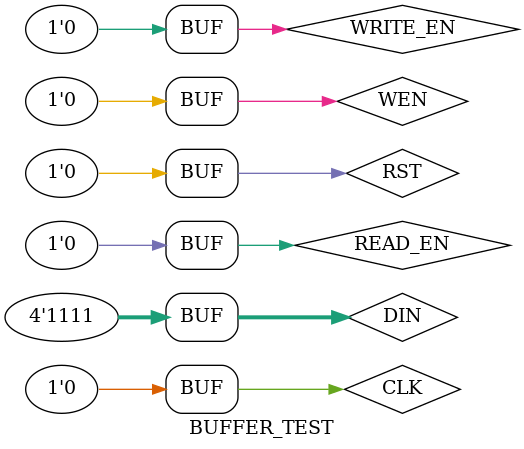
<source format=v>
`timescale 1ns/1ns

module BUFFER_TEST #(parameter NUM_BIT = 4, NUM_REG = 4, ADDR_REG = 2, PAR_WRITE = 1, PAR_READ = 2)
();

    reg CLK = 1'b0;
    reg RST = 1'b0;
    reg WEN = 1'b0;
    reg [PAR_WRITE * NUM_BIT - 1 : 0]DIN;
    reg WRITE_EN = 1'b0;
    reg READ_EN = 1'b0;
    wire [PAR_READ * NUM_BIT - 1 : 0]DOUT;
    wire FULL , EMPTY , READY , VALID;

    top_module FIFO_BUF(.clk(CLK) , .rst(RST) , .write_en(WRITE_EN) , .read_en(READ_EN) , .din(DIN) , .dout(DOUT) , .full(FULL) , .empty(EMPTY) , .ready(READY) , .valid(VALID));
    initial repeat(100) #350 CLK = ~CLK;
    initial begin
        #1000 RST = 1'b1;
        #1000 RST = 1'b0;
        #1000 DIN = 8'b10110010;
        #500  WRITE_EN = 1'b1;
        #400  WRITE_EN = 1'b0;
        #10 DIN = 8'b00011100;
        #340  WRITE_EN = 1'b1;
        #350  WRITE_EN = 1'b0;
        // while (~READY) begin
        //     #700;
        // end

        #330 READ_EN = 1'b1;
        #350 READ_EN = 1'b0;
        #350 READ_EN = 1'b1;
        #350 READ_EN = 1'b0;
        #500 {READ_EN , WRITE_EN} = 2'b11;
        #300 {READ_EN , WRITE_EN} = 2'b00;
        #1000 DIN = 8'b11111111;
        #250  WRITE_EN = 1'b1;
        #400  WRITE_EN = 1'b0;
        #750  READ_EN = 1'b1;
        #400  READ_EN = 1'b0;
        #1000  READ_EN = 1'b1;
        #400  READ_EN = 1'b0;
    end
    // initial begin
    //     #5800;
    //     READ_EN = 1;
    // end
endmodule


</source>
